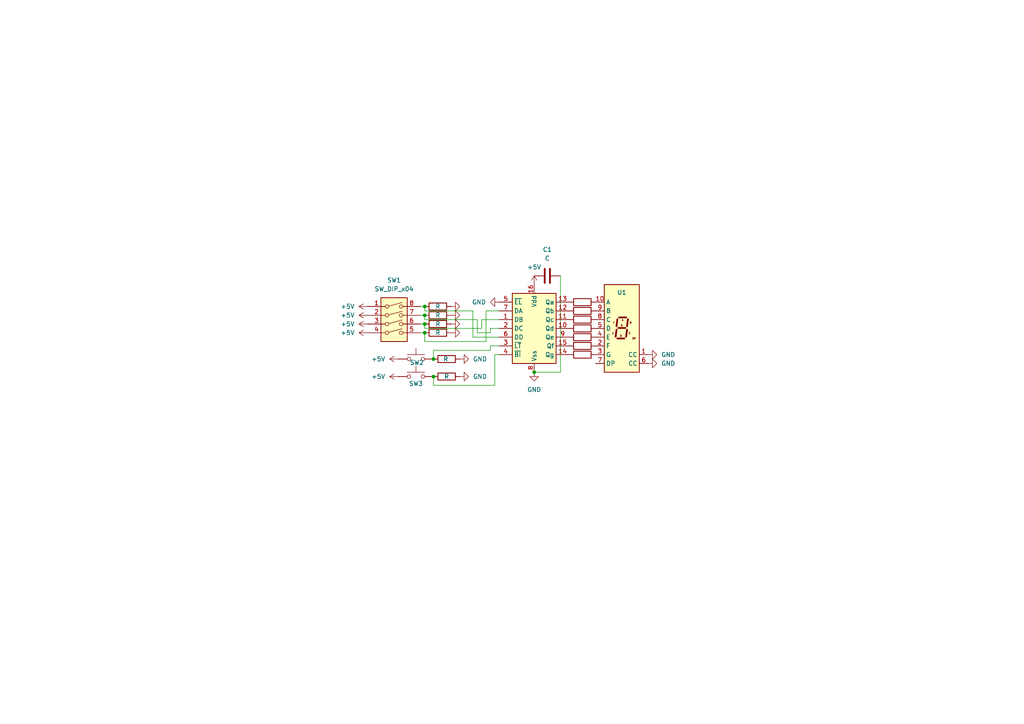
<source format=kicad_sch>
(kicad_sch
	(version 20250114)
	(generator "eeschema")
	(generator_version "9.0")
	(uuid "8a3fdb76-620b-4b7b-9c50-97704eefc296")
	(paper "A4")
	(title_block
		(title "7セグカウント機")
		(date "2025-09-16")
		(comment 3 "D=MSB）を入力し、その値を TC4511BP（BCD→7セグ）で10進表示の1桁7セグメントに表示します。")
		(comment 4 "Rはプルアップ抵抗：10kΩ。それ以外は220Ω")
	)
	(lib_symbols
		(symbol "4xxx_IEEE:4511"
			(exclude_from_sim no)
			(in_bom yes)
			(on_board yes)
			(property "Reference" "U"
				(at 8.89 11.43 0)
				(effects
					(font
						(size 1.27 1.27)
					)
				)
			)
			(property "Value" "4511"
				(at 8.89 -11.43 0)
				(effects
					(font
						(size 1.27 1.27)
					)
				)
			)
			(property "Footprint" ""
				(at 0 0 0)
				(effects
					(font
						(size 1.27 1.27)
					)
					(hide yes)
				)
			)
			(property "Datasheet" ""
				(at 0 0 0)
				(effects
					(font
						(size 1.27 1.27)
					)
					(hide yes)
				)
			)
			(property "Description" ""
				(at 0 0 0)
				(effects
					(font
						(size 1.27 1.27)
					)
					(hide yes)
				)
			)
			(symbol "4511_0_1"
				(rectangle
					(start -6.35 10.16)
					(end 6.35 -10.16)
					(stroke
						(width 0.254)
						(type default)
					)
					(fill
						(type background)
					)
				)
			)
			(symbol "4511_1_1"
				(pin input line
					(at -10.16 7.62 0)
					(length 3.81)
					(name "~{EL}"
						(effects
							(font
								(size 1.27 1.27)
							)
						)
					)
					(number "5"
						(effects
							(font
								(size 1.27 1.27)
							)
						)
					)
				)
				(pin input line
					(at -10.16 5.08 0)
					(length 3.81)
					(name "DA"
						(effects
							(font
								(size 1.27 1.27)
							)
						)
					)
					(number "7"
						(effects
							(font
								(size 1.27 1.27)
							)
						)
					)
				)
				(pin input line
					(at -10.16 2.54 0)
					(length 3.81)
					(name "DB"
						(effects
							(font
								(size 1.27 1.27)
							)
						)
					)
					(number "1"
						(effects
							(font
								(size 1.27 1.27)
							)
						)
					)
				)
				(pin input line
					(at -10.16 0 0)
					(length 3.81)
					(name "DC"
						(effects
							(font
								(size 1.27 1.27)
							)
						)
					)
					(number "2"
						(effects
							(font
								(size 1.27 1.27)
							)
						)
					)
				)
				(pin input line
					(at -10.16 -2.54 0)
					(length 3.81)
					(name "DD"
						(effects
							(font
								(size 1.27 1.27)
							)
						)
					)
					(number "6"
						(effects
							(font
								(size 1.27 1.27)
							)
						)
					)
				)
				(pin input line
					(at -10.16 -5.08 0)
					(length 3.81)
					(name "~{LT}"
						(effects
							(font
								(size 1.27 1.27)
							)
						)
					)
					(number "3"
						(effects
							(font
								(size 1.27 1.27)
							)
						)
					)
				)
				(pin input line
					(at -10.16 -7.62 0)
					(length 3.81)
					(name "~{BI}"
						(effects
							(font
								(size 1.27 1.27)
							)
						)
					)
					(number "4"
						(effects
							(font
								(size 1.27 1.27)
							)
						)
					)
				)
				(pin power_in line
					(at 0 12.7 270)
					(length 2.54)
					(name "Vdd"
						(effects
							(font
								(size 1.27 1.27)
							)
						)
					)
					(number "16"
						(effects
							(font
								(size 1.27 1.27)
							)
						)
					)
				)
				(pin power_in line
					(at 0 -12.7 90)
					(length 2.54)
					(name "Vss"
						(effects
							(font
								(size 1.27 1.27)
							)
						)
					)
					(number "8"
						(effects
							(font
								(size 1.27 1.27)
							)
						)
					)
				)
				(pin output line
					(at 10.16 7.62 180)
					(length 3.81)
					(name "Qa"
						(effects
							(font
								(size 1.27 1.27)
							)
						)
					)
					(number "13"
						(effects
							(font
								(size 1.27 1.27)
							)
						)
					)
				)
				(pin output line
					(at 10.16 5.08 180)
					(length 3.81)
					(name "Qb"
						(effects
							(font
								(size 1.27 1.27)
							)
						)
					)
					(number "12"
						(effects
							(font
								(size 1.27 1.27)
							)
						)
					)
				)
				(pin output line
					(at 10.16 2.54 180)
					(length 3.81)
					(name "Qc"
						(effects
							(font
								(size 1.27 1.27)
							)
						)
					)
					(number "11"
						(effects
							(font
								(size 1.27 1.27)
							)
						)
					)
				)
				(pin output line
					(at 10.16 0 180)
					(length 3.81)
					(name "Qd"
						(effects
							(font
								(size 1.27 1.27)
							)
						)
					)
					(number "10"
						(effects
							(font
								(size 1.27 1.27)
							)
						)
					)
				)
				(pin output line
					(at 10.16 -2.54 180)
					(length 3.81)
					(name "Qe"
						(effects
							(font
								(size 1.27 1.27)
							)
						)
					)
					(number "9"
						(effects
							(font
								(size 1.27 1.27)
							)
						)
					)
				)
				(pin output line
					(at 10.16 -5.08 180)
					(length 3.81)
					(name "Qf"
						(effects
							(font
								(size 1.27 1.27)
							)
						)
					)
					(number "15"
						(effects
							(font
								(size 1.27 1.27)
							)
						)
					)
				)
				(pin output line
					(at 10.16 -7.62 180)
					(length 3.81)
					(name "Qg"
						(effects
							(font
								(size 1.27 1.27)
							)
						)
					)
					(number "14"
						(effects
							(font
								(size 1.27 1.27)
							)
						)
					)
				)
			)
			(embedded_fonts no)
		)
		(symbol "Device:C"
			(pin_numbers
				(hide yes)
			)
			(pin_names
				(offset 0.254)
			)
			(exclude_from_sim no)
			(in_bom yes)
			(on_board yes)
			(property "Reference" "C"
				(at 0.635 2.54 0)
				(effects
					(font
						(size 1.27 1.27)
					)
					(justify left)
				)
			)
			(property "Value" "C"
				(at 0.635 -2.54 0)
				(effects
					(font
						(size 1.27 1.27)
					)
					(justify left)
				)
			)
			(property "Footprint" ""
				(at 0.9652 -3.81 0)
				(effects
					(font
						(size 1.27 1.27)
					)
					(hide yes)
				)
			)
			(property "Datasheet" "~"
				(at 0 0 0)
				(effects
					(font
						(size 1.27 1.27)
					)
					(hide yes)
				)
			)
			(property "Description" "Unpolarized capacitor"
				(at 0 0 0)
				(effects
					(font
						(size 1.27 1.27)
					)
					(hide yes)
				)
			)
			(property "ki_keywords" "cap capacitor"
				(at 0 0 0)
				(effects
					(font
						(size 1.27 1.27)
					)
					(hide yes)
				)
			)
			(property "ki_fp_filters" "C_*"
				(at 0 0 0)
				(effects
					(font
						(size 1.27 1.27)
					)
					(hide yes)
				)
			)
			(symbol "C_0_1"
				(polyline
					(pts
						(xy -2.032 0.762) (xy 2.032 0.762)
					)
					(stroke
						(width 0.508)
						(type default)
					)
					(fill
						(type none)
					)
				)
				(polyline
					(pts
						(xy -2.032 -0.762) (xy 2.032 -0.762)
					)
					(stroke
						(width 0.508)
						(type default)
					)
					(fill
						(type none)
					)
				)
			)
			(symbol "C_1_1"
				(pin passive line
					(at 0 3.81 270)
					(length 2.794)
					(name "~"
						(effects
							(font
								(size 1.27 1.27)
							)
						)
					)
					(number "1"
						(effects
							(font
								(size 1.27 1.27)
							)
						)
					)
				)
				(pin passive line
					(at 0 -3.81 90)
					(length 2.794)
					(name "~"
						(effects
							(font
								(size 1.27 1.27)
							)
						)
					)
					(number "2"
						(effects
							(font
								(size 1.27 1.27)
							)
						)
					)
				)
			)
			(embedded_fonts no)
		)
		(symbol "Device:R"
			(pin_numbers
				(hide yes)
			)
			(pin_names
				(offset 0)
			)
			(exclude_from_sim no)
			(in_bom yes)
			(on_board yes)
			(property "Reference" "R"
				(at 2.032 0 90)
				(effects
					(font
						(size 1.27 1.27)
					)
				)
			)
			(property "Value" "R"
				(at 0 0 90)
				(effects
					(font
						(size 1.27 1.27)
					)
				)
			)
			(property "Footprint" ""
				(at -1.778 0 90)
				(effects
					(font
						(size 1.27 1.27)
					)
					(hide yes)
				)
			)
			(property "Datasheet" "~"
				(at 0 0 0)
				(effects
					(font
						(size 1.27 1.27)
					)
					(hide yes)
				)
			)
			(property "Description" "Resistor"
				(at 0 0 0)
				(effects
					(font
						(size 1.27 1.27)
					)
					(hide yes)
				)
			)
			(property "ki_keywords" "R res resistor"
				(at 0 0 0)
				(effects
					(font
						(size 1.27 1.27)
					)
					(hide yes)
				)
			)
			(property "ki_fp_filters" "R_*"
				(at 0 0 0)
				(effects
					(font
						(size 1.27 1.27)
					)
					(hide yes)
				)
			)
			(symbol "R_0_1"
				(rectangle
					(start -1.016 -2.54)
					(end 1.016 2.54)
					(stroke
						(width 0.254)
						(type default)
					)
					(fill
						(type none)
					)
				)
			)
			(symbol "R_1_1"
				(pin passive line
					(at 0 3.81 270)
					(length 1.27)
					(name "~"
						(effects
							(font
								(size 1.27 1.27)
							)
						)
					)
					(number "1"
						(effects
							(font
								(size 1.27 1.27)
							)
						)
					)
				)
				(pin passive line
					(at 0 -3.81 90)
					(length 1.27)
					(name "~"
						(effects
							(font
								(size 1.27 1.27)
							)
						)
					)
					(number "2"
						(effects
							(font
								(size 1.27 1.27)
							)
						)
					)
				)
			)
			(embedded_fonts no)
		)
		(symbol "Display_Character:HDSP-7803"
			(exclude_from_sim no)
			(in_bom yes)
			(on_board yes)
			(property "Reference" "U"
				(at -3.81 13.97 0)
				(effects
					(font
						(size 1.27 1.27)
					)
				)
			)
			(property "Value" "HDSP-7803"
				(at 6.35 13.97 0)
				(effects
					(font
						(size 1.27 1.27)
					)
				)
			)
			(property "Footprint" "Display_7Segment:HDSP-7801"
				(at 0 -13.97 0)
				(effects
					(font
						(size 1.27 1.27)
					)
					(hide yes)
				)
			)
			(property "Datasheet" "https://docs.broadcom.com/docs/AV02-2553EN"
				(at 0 0 0)
				(effects
					(font
						(size 1.27 1.27)
					)
					(hide yes)
				)
			)
			(property "Description" "One digit 7 segment green, common cathode"
				(at 0 0 0)
				(effects
					(font
						(size 1.27 1.27)
					)
					(hide yes)
				)
			)
			(property "ki_keywords" "display LED 7-segment"
				(at 0 0 0)
				(effects
					(font
						(size 1.27 1.27)
					)
					(hide yes)
				)
			)
			(property "ki_fp_filters" "HDSP?7801*"
				(at 0 0 0)
				(effects
					(font
						(size 1.27 1.27)
					)
					(hide yes)
				)
			)
			(symbol "HDSP-7803_1_0"
				(text "E"
					(at -2.54 -1.397 0)
					(effects
						(font
							(size 0.508 0.508)
						)
					)
				)
				(text "F"
					(at -2.286 1.651 0)
					(effects
						(font
							(size 0.508 0.508)
						)
					)
				)
				(text "D"
					(at -0.254 -2.159 0)
					(effects
						(font
							(size 0.508 0.508)
						)
					)
				)
				(text "G"
					(at 0 0.889 0)
					(effects
						(font
							(size 0.508 0.508)
						)
					)
				)
				(text "A"
					(at 0.254 2.413 0)
					(effects
						(font
							(size 0.508 0.508)
						)
					)
				)
				(text "C"
					(at 2.286 -1.397 0)
					(effects
						(font
							(size 0.508 0.508)
						)
					)
				)
				(text "B"
					(at 2.54 1.651 0)
					(effects
						(font
							(size 0.508 0.508)
						)
					)
				)
				(text "DP"
					(at 3.556 -2.921 0)
					(effects
						(font
							(size 0.508 0.508)
						)
					)
				)
			)
			(symbol "HDSP-7803_1_1"
				(rectangle
					(start -5.08 12.7)
					(end 5.08 -12.7)
					(stroke
						(width 0.254)
						(type default)
					)
					(fill
						(type background)
					)
				)
				(polyline
					(pts
						(xy -1.524 -0.381) (xy -1.778 -2.413)
					)
					(stroke
						(width 0.508)
						(type default)
					)
					(fill
						(type none)
					)
				)
				(polyline
					(pts
						(xy -1.27 2.667) (xy -1.524 0.635)
					)
					(stroke
						(width 0.508)
						(type default)
					)
					(fill
						(type none)
					)
				)
				(polyline
					(pts
						(xy -1.27 -2.921) (xy 0.762 -2.921)
					)
					(stroke
						(width 0.508)
						(type default)
					)
					(fill
						(type none)
					)
				)
				(polyline
					(pts
						(xy -1.016 0.127) (xy 1.016 0.127)
					)
					(stroke
						(width 0.508)
						(type default)
					)
					(fill
						(type none)
					)
				)
				(polyline
					(pts
						(xy -0.762 3.175) (xy 1.27 3.175)
					)
					(stroke
						(width 0.508)
						(type default)
					)
					(fill
						(type none)
					)
				)
				(polyline
					(pts
						(xy 1.524 -0.381) (xy 1.27 -2.413)
					)
					(stroke
						(width 0.508)
						(type default)
					)
					(fill
						(type none)
					)
				)
				(polyline
					(pts
						(xy 1.778 2.667) (xy 1.524 0.635)
					)
					(stroke
						(width 0.508)
						(type default)
					)
					(fill
						(type none)
					)
				)
				(polyline
					(pts
						(xy 2.54 -2.921) (xy 2.54 -2.921)
					)
					(stroke
						(width 0.508)
						(type default)
					)
					(fill
						(type none)
					)
				)
				(pin input line
					(at -7.62 7.62 0)
					(length 2.54)
					(name "A"
						(effects
							(font
								(size 1.27 1.27)
							)
						)
					)
					(number "10"
						(effects
							(font
								(size 1.27 1.27)
							)
						)
					)
				)
				(pin input line
					(at -7.62 5.08 0)
					(length 2.54)
					(name "B"
						(effects
							(font
								(size 1.27 1.27)
							)
						)
					)
					(number "9"
						(effects
							(font
								(size 1.27 1.27)
							)
						)
					)
				)
				(pin input line
					(at -7.62 2.54 0)
					(length 2.54)
					(name "C"
						(effects
							(font
								(size 1.27 1.27)
							)
						)
					)
					(number "8"
						(effects
							(font
								(size 1.27 1.27)
							)
						)
					)
				)
				(pin input line
					(at -7.62 0 0)
					(length 2.54)
					(name "D"
						(effects
							(font
								(size 1.27 1.27)
							)
						)
					)
					(number "5"
						(effects
							(font
								(size 1.27 1.27)
							)
						)
					)
				)
				(pin input line
					(at -7.62 -2.54 0)
					(length 2.54)
					(name "E"
						(effects
							(font
								(size 1.27 1.27)
							)
						)
					)
					(number "4"
						(effects
							(font
								(size 1.27 1.27)
							)
						)
					)
				)
				(pin input line
					(at -7.62 -5.08 0)
					(length 2.54)
					(name "F"
						(effects
							(font
								(size 1.27 1.27)
							)
						)
					)
					(number "2"
						(effects
							(font
								(size 1.27 1.27)
							)
						)
					)
				)
				(pin input line
					(at -7.62 -7.62 0)
					(length 2.54)
					(name "G"
						(effects
							(font
								(size 1.27 1.27)
							)
						)
					)
					(number "3"
						(effects
							(font
								(size 1.27 1.27)
							)
						)
					)
				)
				(pin input line
					(at -7.62 -10.16 0)
					(length 2.54)
					(name "DP"
						(effects
							(font
								(size 1.27 1.27)
							)
						)
					)
					(number "7"
						(effects
							(font
								(size 1.27 1.27)
							)
						)
					)
				)
				(pin input line
					(at 7.62 -7.62 180)
					(length 2.54)
					(name "CC"
						(effects
							(font
								(size 1.27 1.27)
							)
						)
					)
					(number "1"
						(effects
							(font
								(size 1.27 1.27)
							)
						)
					)
				)
				(pin input line
					(at 7.62 -10.16 180)
					(length 2.54)
					(name "CC"
						(effects
							(font
								(size 1.27 1.27)
							)
						)
					)
					(number "6"
						(effects
							(font
								(size 1.27 1.27)
							)
						)
					)
				)
			)
			(embedded_fonts no)
		)
		(symbol "Switch:SW_DIP_x04"
			(pin_names
				(offset 0)
				(hide yes)
			)
			(exclude_from_sim no)
			(in_bom yes)
			(on_board yes)
			(property "Reference" "SW"
				(at 0 8.89 0)
				(effects
					(font
						(size 1.27 1.27)
					)
				)
			)
			(property "Value" "SW_DIP_x04"
				(at 0 -6.35 0)
				(effects
					(font
						(size 1.27 1.27)
					)
				)
			)
			(property "Footprint" ""
				(at 0 0 0)
				(effects
					(font
						(size 1.27 1.27)
					)
					(hide yes)
				)
			)
			(property "Datasheet" "~"
				(at 0 0 0)
				(effects
					(font
						(size 1.27 1.27)
					)
					(hide yes)
				)
			)
			(property "Description" "4x DIP Switch, Single Pole Single Throw (SPST) switch, small symbol"
				(at 0 0 0)
				(effects
					(font
						(size 1.27 1.27)
					)
					(hide yes)
				)
			)
			(property "ki_keywords" "dip switch"
				(at 0 0 0)
				(effects
					(font
						(size 1.27 1.27)
					)
					(hide yes)
				)
			)
			(property "ki_fp_filters" "SW?DIP?x4*"
				(at 0 0 0)
				(effects
					(font
						(size 1.27 1.27)
					)
					(hide yes)
				)
			)
			(symbol "SW_DIP_x04_0_0"
				(circle
					(center -2.032 5.08)
					(radius 0.508)
					(stroke
						(width 0)
						(type default)
					)
					(fill
						(type none)
					)
				)
				(circle
					(center -2.032 2.54)
					(radius 0.508)
					(stroke
						(width 0)
						(type default)
					)
					(fill
						(type none)
					)
				)
				(circle
					(center -2.032 0)
					(radius 0.508)
					(stroke
						(width 0)
						(type default)
					)
					(fill
						(type none)
					)
				)
				(circle
					(center -2.032 -2.54)
					(radius 0.508)
					(stroke
						(width 0)
						(type default)
					)
					(fill
						(type none)
					)
				)
				(polyline
					(pts
						(xy -1.524 5.207) (xy 2.3622 6.2484)
					)
					(stroke
						(width 0)
						(type default)
					)
					(fill
						(type none)
					)
				)
				(polyline
					(pts
						(xy -1.524 2.667) (xy 2.3622 3.7084)
					)
					(stroke
						(width 0)
						(type default)
					)
					(fill
						(type none)
					)
				)
				(polyline
					(pts
						(xy -1.524 0.127) (xy 2.3622 1.1684)
					)
					(stroke
						(width 0)
						(type default)
					)
					(fill
						(type none)
					)
				)
				(polyline
					(pts
						(xy -1.524 -2.3876) (xy 2.3622 -1.3462)
					)
					(stroke
						(width 0)
						(type default)
					)
					(fill
						(type none)
					)
				)
				(circle
					(center 2.032 5.08)
					(radius 0.508)
					(stroke
						(width 0)
						(type default)
					)
					(fill
						(type none)
					)
				)
				(circle
					(center 2.032 2.54)
					(radius 0.508)
					(stroke
						(width 0)
						(type default)
					)
					(fill
						(type none)
					)
				)
				(circle
					(center 2.032 0)
					(radius 0.508)
					(stroke
						(width 0)
						(type default)
					)
					(fill
						(type none)
					)
				)
				(circle
					(center 2.032 -2.54)
					(radius 0.508)
					(stroke
						(width 0)
						(type default)
					)
					(fill
						(type none)
					)
				)
			)
			(symbol "SW_DIP_x04_0_1"
				(rectangle
					(start -3.81 7.62)
					(end 3.81 -5.08)
					(stroke
						(width 0.254)
						(type default)
					)
					(fill
						(type background)
					)
				)
			)
			(symbol "SW_DIP_x04_1_1"
				(pin passive line
					(at -7.62 5.08 0)
					(length 5.08)
					(name "~"
						(effects
							(font
								(size 1.27 1.27)
							)
						)
					)
					(number "1"
						(effects
							(font
								(size 1.27 1.27)
							)
						)
					)
				)
				(pin passive line
					(at -7.62 2.54 0)
					(length 5.08)
					(name "~"
						(effects
							(font
								(size 1.27 1.27)
							)
						)
					)
					(number "2"
						(effects
							(font
								(size 1.27 1.27)
							)
						)
					)
				)
				(pin passive line
					(at -7.62 0 0)
					(length 5.08)
					(name "~"
						(effects
							(font
								(size 1.27 1.27)
							)
						)
					)
					(number "3"
						(effects
							(font
								(size 1.27 1.27)
							)
						)
					)
				)
				(pin passive line
					(at -7.62 -2.54 0)
					(length 5.08)
					(name "~"
						(effects
							(font
								(size 1.27 1.27)
							)
						)
					)
					(number "4"
						(effects
							(font
								(size 1.27 1.27)
							)
						)
					)
				)
				(pin passive line
					(at 7.62 5.08 180)
					(length 5.08)
					(name "~"
						(effects
							(font
								(size 1.27 1.27)
							)
						)
					)
					(number "8"
						(effects
							(font
								(size 1.27 1.27)
							)
						)
					)
				)
				(pin passive line
					(at 7.62 2.54 180)
					(length 5.08)
					(name "~"
						(effects
							(font
								(size 1.27 1.27)
							)
						)
					)
					(number "7"
						(effects
							(font
								(size 1.27 1.27)
							)
						)
					)
				)
				(pin passive line
					(at 7.62 0 180)
					(length 5.08)
					(name "~"
						(effects
							(font
								(size 1.27 1.27)
							)
						)
					)
					(number "6"
						(effects
							(font
								(size 1.27 1.27)
							)
						)
					)
				)
				(pin passive line
					(at 7.62 -2.54 180)
					(length 5.08)
					(name "~"
						(effects
							(font
								(size 1.27 1.27)
							)
						)
					)
					(number "5"
						(effects
							(font
								(size 1.27 1.27)
							)
						)
					)
				)
			)
			(embedded_fonts no)
		)
		(symbol "Switch:SW_Push"
			(pin_numbers
				(hide yes)
			)
			(pin_names
				(offset 1.016)
				(hide yes)
			)
			(exclude_from_sim no)
			(in_bom yes)
			(on_board yes)
			(property "Reference" "SW"
				(at 1.27 2.54 0)
				(effects
					(font
						(size 1.27 1.27)
					)
					(justify left)
				)
			)
			(property "Value" "SW_Push"
				(at 0 -1.524 0)
				(effects
					(font
						(size 1.27 1.27)
					)
				)
			)
			(property "Footprint" ""
				(at 0 5.08 0)
				(effects
					(font
						(size 1.27 1.27)
					)
					(hide yes)
				)
			)
			(property "Datasheet" "~"
				(at 0 5.08 0)
				(effects
					(font
						(size 1.27 1.27)
					)
					(hide yes)
				)
			)
			(property "Description" "Push button switch, generic, two pins"
				(at 0 0 0)
				(effects
					(font
						(size 1.27 1.27)
					)
					(hide yes)
				)
			)
			(property "ki_keywords" "switch normally-open pushbutton push-button"
				(at 0 0 0)
				(effects
					(font
						(size 1.27 1.27)
					)
					(hide yes)
				)
			)
			(symbol "SW_Push_0_1"
				(circle
					(center -2.032 0)
					(radius 0.508)
					(stroke
						(width 0)
						(type default)
					)
					(fill
						(type none)
					)
				)
				(polyline
					(pts
						(xy 0 1.27) (xy 0 3.048)
					)
					(stroke
						(width 0)
						(type default)
					)
					(fill
						(type none)
					)
				)
				(circle
					(center 2.032 0)
					(radius 0.508)
					(stroke
						(width 0)
						(type default)
					)
					(fill
						(type none)
					)
				)
				(polyline
					(pts
						(xy 2.54 1.27) (xy -2.54 1.27)
					)
					(stroke
						(width 0)
						(type default)
					)
					(fill
						(type none)
					)
				)
				(pin passive line
					(at -5.08 0 0)
					(length 2.54)
					(name "1"
						(effects
							(font
								(size 1.27 1.27)
							)
						)
					)
					(number "1"
						(effects
							(font
								(size 1.27 1.27)
							)
						)
					)
				)
				(pin passive line
					(at 5.08 0 180)
					(length 2.54)
					(name "2"
						(effects
							(font
								(size 1.27 1.27)
							)
						)
					)
					(number "2"
						(effects
							(font
								(size 1.27 1.27)
							)
						)
					)
				)
			)
			(embedded_fonts no)
		)
		(symbol "power:+5V"
			(power)
			(pin_numbers
				(hide yes)
			)
			(pin_names
				(offset 0)
				(hide yes)
			)
			(exclude_from_sim no)
			(in_bom yes)
			(on_board yes)
			(property "Reference" "#PWR"
				(at 0 -3.81 0)
				(effects
					(font
						(size 1.27 1.27)
					)
					(hide yes)
				)
			)
			(property "Value" "+5V"
				(at 0 3.556 0)
				(effects
					(font
						(size 1.27 1.27)
					)
				)
			)
			(property "Footprint" ""
				(at 0 0 0)
				(effects
					(font
						(size 1.27 1.27)
					)
					(hide yes)
				)
			)
			(property "Datasheet" ""
				(at 0 0 0)
				(effects
					(font
						(size 1.27 1.27)
					)
					(hide yes)
				)
			)
			(property "Description" "Power symbol creates a global label with name \"+5V\""
				(at 0 0 0)
				(effects
					(font
						(size 1.27 1.27)
					)
					(hide yes)
				)
			)
			(property "ki_keywords" "global power"
				(at 0 0 0)
				(effects
					(font
						(size 1.27 1.27)
					)
					(hide yes)
				)
			)
			(symbol "+5V_0_1"
				(polyline
					(pts
						(xy -0.762 1.27) (xy 0 2.54)
					)
					(stroke
						(width 0)
						(type default)
					)
					(fill
						(type none)
					)
				)
				(polyline
					(pts
						(xy 0 2.54) (xy 0.762 1.27)
					)
					(stroke
						(width 0)
						(type default)
					)
					(fill
						(type none)
					)
				)
				(polyline
					(pts
						(xy 0 0) (xy 0 2.54)
					)
					(stroke
						(width 0)
						(type default)
					)
					(fill
						(type none)
					)
				)
			)
			(symbol "+5V_1_1"
				(pin power_in line
					(at 0 0 90)
					(length 0)
					(name "~"
						(effects
							(font
								(size 1.27 1.27)
							)
						)
					)
					(number "1"
						(effects
							(font
								(size 1.27 1.27)
							)
						)
					)
				)
			)
			(embedded_fonts no)
		)
		(symbol "power:GND"
			(power)
			(pin_numbers
				(hide yes)
			)
			(pin_names
				(offset 0)
				(hide yes)
			)
			(exclude_from_sim no)
			(in_bom yes)
			(on_board yes)
			(property "Reference" "#PWR"
				(at 0 -6.35 0)
				(effects
					(font
						(size 1.27 1.27)
					)
					(hide yes)
				)
			)
			(property "Value" "GND"
				(at 0 -3.81 0)
				(effects
					(font
						(size 1.27 1.27)
					)
				)
			)
			(property "Footprint" ""
				(at 0 0 0)
				(effects
					(font
						(size 1.27 1.27)
					)
					(hide yes)
				)
			)
			(property "Datasheet" ""
				(at 0 0 0)
				(effects
					(font
						(size 1.27 1.27)
					)
					(hide yes)
				)
			)
			(property "Description" "Power symbol creates a global label with name \"GND\" , ground"
				(at 0 0 0)
				(effects
					(font
						(size 1.27 1.27)
					)
					(hide yes)
				)
			)
			(property "ki_keywords" "global power"
				(at 0 0 0)
				(effects
					(font
						(size 1.27 1.27)
					)
					(hide yes)
				)
			)
			(symbol "GND_0_1"
				(polyline
					(pts
						(xy 0 0) (xy 0 -1.27) (xy 1.27 -1.27) (xy 0 -2.54) (xy -1.27 -1.27) (xy 0 -1.27)
					)
					(stroke
						(width 0)
						(type default)
					)
					(fill
						(type none)
					)
				)
			)
			(symbol "GND_1_1"
				(pin power_in line
					(at 0 0 270)
					(length 0)
					(name "~"
						(effects
							(font
								(size 1.27 1.27)
							)
						)
					)
					(number "1"
						(effects
							(font
								(size 1.27 1.27)
							)
						)
					)
				)
			)
			(embedded_fonts no)
		)
	)
	(junction
		(at 123.19 91.44)
		(diameter 0)
		(color 0 0 0 0)
		(uuid "1be323cd-f002-4cd1-b101-cd4e00997855")
	)
	(junction
		(at 125.73 104.14)
		(diameter 0)
		(color 0 0 0 0)
		(uuid "1e37e14b-5b86-4f13-8660-f9c54006e6f0")
	)
	(junction
		(at 125.73 109.22)
		(diameter 0)
		(color 0 0 0 0)
		(uuid "54c1ce3d-9286-4c69-bb6a-7d807d0ac5d5")
	)
	(junction
		(at 123.19 93.98)
		(diameter 0)
		(color 0 0 0 0)
		(uuid "851d2cd2-8ec5-4b00-b367-26f7a500de5d")
	)
	(junction
		(at 123.19 96.52)
		(diameter 0)
		(color 0 0 0 0)
		(uuid "95e73dd4-14b4-41de-9c04-803aa610f1ba")
	)
	(junction
		(at 123.19 88.9)
		(diameter 0)
		(color 0 0 0 0)
		(uuid "98d6b0d3-aa5e-4425-8d08-23d57aa86fc9")
	)
	(junction
		(at 154.94 107.95)
		(diameter 0)
		(color 0 0 0 0)
		(uuid "c6b0b229-9f8a-4886-b6d2-10369028a6b2")
	)
	(wire
		(pts
			(xy 123.19 93.98) (xy 123.19 95.25)
		)
		(stroke
			(width 0)
			(type default)
		)
		(uuid "06f8483d-53ab-4aa8-a329-467fb7008f8c")
	)
	(wire
		(pts
			(xy 144.78 90.17) (xy 140.97 90.17)
		)
		(stroke
			(width 0)
			(type default)
		)
		(uuid "0924e0e0-aa2c-4e0f-8762-f0f1228eff22")
	)
	(wire
		(pts
			(xy 123.19 95.25) (xy 139.7 95.25)
		)
		(stroke
			(width 0)
			(type default)
		)
		(uuid "0dd709f5-f594-4126-8e73-ae100cb6545d")
	)
	(wire
		(pts
			(xy 140.97 99.06) (xy 123.19 99.06)
		)
		(stroke
			(width 0)
			(type default)
		)
		(uuid "0ddd89d3-a539-45a2-ad85-4c2f890e328e")
	)
	(wire
		(pts
			(xy 123.19 96.52) (xy 121.92 96.52)
		)
		(stroke
			(width 0)
			(type default)
		)
		(uuid "153d8246-248c-478b-a8f9-a94a89c5a4ee")
	)
	(wire
		(pts
			(xy 123.19 90.17) (xy 137.16 90.17)
		)
		(stroke
			(width 0)
			(type default)
		)
		(uuid "18e2c270-589d-496a-8bea-f6409a0b2d43")
	)
	(wire
		(pts
			(xy 143.51 111.76) (xy 143.51 102.87)
		)
		(stroke
			(width 0)
			(type default)
		)
		(uuid "1b89f97b-7550-4acc-b317-7a0c1ee57ca5")
	)
	(wire
		(pts
			(xy 142.24 101.6) (xy 142.24 100.33)
		)
		(stroke
			(width 0)
			(type default)
		)
		(uuid "23612aed-029e-4848-a4a7-f3a11b8e1066")
	)
	(wire
		(pts
			(xy 140.97 90.17) (xy 140.97 99.06)
		)
		(stroke
			(width 0)
			(type default)
		)
		(uuid "33d41e75-426c-4faf-ba30-fd78ea38c39f")
	)
	(wire
		(pts
			(xy 123.19 93.98) (xy 121.92 93.98)
		)
		(stroke
			(width 0)
			(type default)
		)
		(uuid "3ba25da6-b4b4-4fe9-bbb4-304428c6cce4")
	)
	(wire
		(pts
			(xy 125.73 109.22) (xy 125.73 111.76)
		)
		(stroke
			(width 0)
			(type default)
		)
		(uuid "42cf13a4-975d-4479-9a6b-8301b388d9b2")
	)
	(wire
		(pts
			(xy 162.56 107.95) (xy 154.94 107.95)
		)
		(stroke
			(width 0)
			(type default)
		)
		(uuid "46e0c519-f8ab-46d0-82df-16431f2cdb57")
	)
	(wire
		(pts
			(xy 123.19 88.9) (xy 121.92 88.9)
		)
		(stroke
			(width 0)
			(type default)
		)
		(uuid "493f15fa-d8a3-490c-8391-24bdcafb934c")
	)
	(wire
		(pts
			(xy 123.19 99.06) (xy 123.19 96.52)
		)
		(stroke
			(width 0)
			(type default)
		)
		(uuid "52ee77d3-7bde-446e-b8c2-0b3cdd49ded5")
	)
	(wire
		(pts
			(xy 139.7 92.71) (xy 144.78 92.71)
		)
		(stroke
			(width 0)
			(type default)
		)
		(uuid "595337e3-5256-4ee7-863e-116cc7f2d583")
	)
	(wire
		(pts
			(xy 142.24 100.33) (xy 144.78 100.33)
		)
		(stroke
			(width 0)
			(type default)
		)
		(uuid "6e87fce9-a86a-4faf-b47f-2ce9a912a3e0")
	)
	(wire
		(pts
			(xy 125.73 111.76) (xy 143.51 111.76)
		)
		(stroke
			(width 0)
			(type default)
		)
		(uuid "75887a7b-1a41-488c-8731-f82016b196b8")
	)
	(wire
		(pts
			(xy 123.19 91.44) (xy 123.19 92.71)
		)
		(stroke
			(width 0)
			(type default)
		)
		(uuid "7ef1dfc4-ecb5-4c0d-8504-b61465706314")
	)
	(wire
		(pts
			(xy 142.24 96.52) (xy 142.24 95.25)
		)
		(stroke
			(width 0)
			(type default)
		)
		(uuid "867960fc-82b7-4abe-9c25-ca90f15fa93e")
	)
	(wire
		(pts
			(xy 162.56 80.01) (xy 162.56 107.95)
		)
		(stroke
			(width 0)
			(type default)
		)
		(uuid "8d338e29-efe4-4a9f-b2da-e84f16bac288")
	)
	(wire
		(pts
			(xy 138.43 96.52) (xy 142.24 96.52)
		)
		(stroke
			(width 0)
			(type default)
		)
		(uuid "8feaadbc-a571-4e6a-b15c-0544ff138cbf")
	)
	(wire
		(pts
			(xy 123.19 88.9) (xy 123.19 90.17)
		)
		(stroke
			(width 0)
			(type default)
		)
		(uuid "92b3292c-e2f4-4ad2-95cf-2403a93f83f0")
	)
	(wire
		(pts
			(xy 123.19 91.44) (xy 121.92 91.44)
		)
		(stroke
			(width 0)
			(type default)
		)
		(uuid "a3732200-311f-443c-bc43-78befa88b409")
	)
	(wire
		(pts
			(xy 143.51 102.87) (xy 144.78 102.87)
		)
		(stroke
			(width 0)
			(type default)
		)
		(uuid "a5f5ae98-1b26-4a4b-98e2-2c3c7d91d613")
	)
	(wire
		(pts
			(xy 137.16 90.17) (xy 137.16 97.79)
		)
		(stroke
			(width 0)
			(type default)
		)
		(uuid "be3cf175-42ae-478f-b738-7f3c02e96047")
	)
	(wire
		(pts
			(xy 123.19 92.71) (xy 138.43 92.71)
		)
		(stroke
			(width 0)
			(type default)
		)
		(uuid "c3a83bc3-cda4-4cf3-a6b2-4930954f12e7")
	)
	(wire
		(pts
			(xy 137.16 97.79) (xy 144.78 97.79)
		)
		(stroke
			(width 0)
			(type default)
		)
		(uuid "c872c5c7-0692-4964-aaff-1ae1196971b4")
	)
	(wire
		(pts
			(xy 138.43 92.71) (xy 138.43 96.52)
		)
		(stroke
			(width 0)
			(type default)
		)
		(uuid "d0fe2663-e8bd-4495-b4ee-2ca136ad7c37")
	)
	(wire
		(pts
			(xy 125.73 104.14) (xy 125.73 101.6)
		)
		(stroke
			(width 0)
			(type default)
		)
		(uuid "d339a8c7-1639-4842-922b-46235355a185")
	)
	(wire
		(pts
			(xy 142.24 95.25) (xy 144.78 95.25)
		)
		(stroke
			(width 0)
			(type default)
		)
		(uuid "d5c625f6-34cf-43f9-a4f0-4df0d82ee3bf")
	)
	(wire
		(pts
			(xy 125.73 101.6) (xy 142.24 101.6)
		)
		(stroke
			(width 0)
			(type default)
		)
		(uuid "fbedf89b-7113-4701-8505-5838c230d5ad")
	)
	(wire
		(pts
			(xy 139.7 95.25) (xy 139.7 92.71)
		)
		(stroke
			(width 0)
			(type default)
		)
		(uuid "fd1f4f9f-c439-40bf-80f7-b9f751aa2486")
	)
	(symbol
		(lib_id "Device:R")
		(at 168.91 102.87 270)
		(unit 1)
		(exclude_from_sim no)
		(in_bom yes)
		(on_board yes)
		(dnp no)
		(fields_autoplaced yes)
		(uuid "0cd821f8-9a21-4604-a832-24b8788a43a2")
		(property "Reference" "R8"
			(at 168.91 96.52 90)
			(effects
				(font
					(size 1.27 1.27)
				)
				(hide yes)
			)
		)
		(property "Value" "R"
			(at 168.91 99.06 90)
			(effects
				(font
					(size 1.27 1.27)
				)
				(hide yes)
			)
		)
		(property "Footprint" ""
			(at 168.91 101.092 90)
			(effects
				(font
					(size 1.27 1.27)
				)
				(hide yes)
			)
		)
		(property "Datasheet" "~"
			(at 168.91 102.87 0)
			(effects
				(font
					(size 1.27 1.27)
				)
				(hide yes)
			)
		)
		(property "Description" "Resistor"
			(at 168.91 102.87 0)
			(effects
				(font
					(size 1.27 1.27)
				)
				(hide yes)
			)
		)
		(pin "1"
			(uuid "c96c7d09-07eb-4753-974c-3bb027c6ffbe")
		)
		(pin "2"
			(uuid "a0b6eef4-1bca-41d8-a724-7cc1ce949635")
		)
		(instances
			(project "7SegCount"
				(path "/8a3fdb76-620b-4b7b-9c50-97704eefc296"
					(reference "R8")
					(unit 1)
				)
			)
		)
	)
	(symbol
		(lib_id "Device:R")
		(at 127 88.9 270)
		(unit 1)
		(exclude_from_sim no)
		(in_bom yes)
		(on_board yes)
		(dnp no)
		(uuid "0e3721e8-cbd5-46cc-9e39-26fc9e9f8442")
		(property "Reference" "R9"
			(at 127 82.55 90)
			(effects
				(font
					(size 1.27 1.27)
				)
				(hide yes)
			)
		)
		(property "Value" "R"
			(at 127 88.9 90)
			(effects
				(font
					(size 1.27 1.27)
				)
			)
		)
		(property "Footprint" ""
			(at 127 87.122 90)
			(effects
				(font
					(size 1.27 1.27)
				)
				(hide yes)
			)
		)
		(property "Datasheet" "~"
			(at 127 88.9 0)
			(effects
				(font
					(size 1.27 1.27)
				)
				(hide yes)
			)
		)
		(property "Description" "Resistor"
			(at 127 88.9 0)
			(effects
				(font
					(size 1.27 1.27)
				)
				(hide yes)
			)
		)
		(pin "1"
			(uuid "d758da5f-3a96-4765-9b98-c4eababcc6dd")
		)
		(pin "2"
			(uuid "e4cd75d8-7b05-416c-b5b4-ffe66abd93c8")
		)
		(instances
			(project "7SegCount"
				(path "/8a3fdb76-620b-4b7b-9c50-97704eefc296"
					(reference "R9")
					(unit 1)
				)
			)
		)
	)
	(symbol
		(lib_id "power:+5V")
		(at 106.68 88.9 90)
		(unit 1)
		(exclude_from_sim no)
		(in_bom yes)
		(on_board yes)
		(dnp no)
		(fields_autoplaced yes)
		(uuid "0ea1b250-cc1a-47f2-a7b0-18d64c3215f0")
		(property "Reference" "#PWR08"
			(at 110.49 88.9 0)
			(effects
				(font
					(size 1.27 1.27)
				)
				(hide yes)
			)
		)
		(property "Value" "+5V"
			(at 102.87 88.8999 90)
			(effects
				(font
					(size 1.27 1.27)
				)
				(justify left)
			)
		)
		(property "Footprint" ""
			(at 106.68 88.9 0)
			(effects
				(font
					(size 1.27 1.27)
				)
				(hide yes)
			)
		)
		(property "Datasheet" ""
			(at 106.68 88.9 0)
			(effects
				(font
					(size 1.27 1.27)
				)
				(hide yes)
			)
		)
		(property "Description" "Power symbol creates a global label with name \"+5V\""
			(at 106.68 88.9 0)
			(effects
				(font
					(size 1.27 1.27)
				)
				(hide yes)
			)
		)
		(pin "1"
			(uuid "d15d5fbb-fcc3-47d4-b7fc-9c7485668809")
		)
		(instances
			(project "7SegCount"
				(path "/8a3fdb76-620b-4b7b-9c50-97704eefc296"
					(reference "#PWR08")
					(unit 1)
				)
			)
		)
	)
	(symbol
		(lib_id "Device:R")
		(at 168.91 95.25 270)
		(unit 1)
		(exclude_from_sim no)
		(in_bom yes)
		(on_board yes)
		(dnp no)
		(fields_autoplaced yes)
		(uuid "0ea6c4de-7e40-45be-abdf-50fe74b4717a")
		(property "Reference" "R5"
			(at 168.91 88.9 90)
			(effects
				(font
					(size 1.27 1.27)
				)
				(hide yes)
			)
		)
		(property "Value" "R"
			(at 168.91 91.44 90)
			(effects
				(font
					(size 1.27 1.27)
				)
				(hide yes)
			)
		)
		(property "Footprint" ""
			(at 168.91 93.472 90)
			(effects
				(font
					(size 1.27 1.27)
				)
				(hide yes)
			)
		)
		(property "Datasheet" "~"
			(at 168.91 95.25 0)
			(effects
				(font
					(size 1.27 1.27)
				)
				(hide yes)
			)
		)
		(property "Description" "Resistor"
			(at 168.91 95.25 0)
			(effects
				(font
					(size 1.27 1.27)
				)
				(hide yes)
			)
		)
		(pin "1"
			(uuid "0768ce11-5f37-4cee-8d33-c904eaa808e2")
		)
		(pin "2"
			(uuid "3e9fa334-fd7b-4a32-b3ec-58bd33ac427e")
		)
		(instances
			(project "7SegCount"
				(path "/8a3fdb76-620b-4b7b-9c50-97704eefc296"
					(reference "R5")
					(unit 1)
				)
			)
		)
	)
	(symbol
		(lib_id "power:GND")
		(at 130.81 93.98 90)
		(unit 1)
		(exclude_from_sim no)
		(in_bom yes)
		(on_board yes)
		(dnp no)
		(fields_autoplaced yes)
		(uuid "17fc9f4a-ba65-4819-b60e-6334bef4bc45")
		(property "Reference" "#PWR014"
			(at 137.16 93.98 0)
			(effects
				(font
					(size 1.27 1.27)
				)
				(hide yes)
			)
		)
		(property "Value" "GND"
			(at 134.62 93.9799 90)
			(effects
				(font
					(size 1.27 1.27)
				)
				(justify right)
				(hide yes)
			)
		)
		(property "Footprint" ""
			(at 130.81 93.98 0)
			(effects
				(font
					(size 1.27 1.27)
				)
				(hide yes)
			)
		)
		(property "Datasheet" ""
			(at 130.81 93.98 0)
			(effects
				(font
					(size 1.27 1.27)
				)
				(hide yes)
			)
		)
		(property "Description" "Power symbol creates a global label with name \"GND\" , ground"
			(at 130.81 93.98 0)
			(effects
				(font
					(size 1.27 1.27)
				)
				(hide yes)
			)
		)
		(pin "1"
			(uuid "84494a43-8357-435c-aedb-b05bd1bbf7b2")
		)
		(instances
			(project "7SegCount"
				(path "/8a3fdb76-620b-4b7b-9c50-97704eefc296"
					(reference "#PWR014")
					(unit 1)
				)
			)
		)
	)
	(symbol
		(lib_id "power:+5V")
		(at 106.68 96.52 90)
		(unit 1)
		(exclude_from_sim no)
		(in_bom yes)
		(on_board yes)
		(dnp no)
		(fields_autoplaced yes)
		(uuid "2fd7f1b3-2e88-4089-b62d-e5d716e98f4b")
		(property "Reference" "#PWR011"
			(at 110.49 96.52 0)
			(effects
				(font
					(size 1.27 1.27)
				)
				(hide yes)
			)
		)
		(property "Value" "+5V"
			(at 102.87 96.5199 90)
			(effects
				(font
					(size 1.27 1.27)
				)
				(justify left)
			)
		)
		(property "Footprint" ""
			(at 106.68 96.52 0)
			(effects
				(font
					(size 1.27 1.27)
				)
				(hide yes)
			)
		)
		(property "Datasheet" ""
			(at 106.68 96.52 0)
			(effects
				(font
					(size 1.27 1.27)
				)
				(hide yes)
			)
		)
		(property "Description" "Power symbol creates a global label with name \"+5V\""
			(at 106.68 96.52 0)
			(effects
				(font
					(size 1.27 1.27)
				)
				(hide yes)
			)
		)
		(pin "1"
			(uuid "ab65c7bb-5bf9-4391-9e85-4fb2e20d24fc")
		)
		(instances
			(project "7SegCount"
				(path "/8a3fdb76-620b-4b7b-9c50-97704eefc296"
					(reference "#PWR011")
					(unit 1)
				)
			)
		)
	)
	(symbol
		(lib_id "power:+5V")
		(at 106.68 91.44 90)
		(unit 1)
		(exclude_from_sim no)
		(in_bom yes)
		(on_board yes)
		(dnp no)
		(fields_autoplaced yes)
		(uuid "36ecb30d-7ce7-4ee4-adcf-fc6e81331a82")
		(property "Reference" "#PWR09"
			(at 110.49 91.44 0)
			(effects
				(font
					(size 1.27 1.27)
				)
				(hide yes)
			)
		)
		(property "Value" "+5V"
			(at 102.87 91.4399 90)
			(effects
				(font
					(size 1.27 1.27)
				)
				(justify left)
			)
		)
		(property "Footprint" ""
			(at 106.68 91.44 0)
			(effects
				(font
					(size 1.27 1.27)
				)
				(hide yes)
			)
		)
		(property "Datasheet" ""
			(at 106.68 91.44 0)
			(effects
				(font
					(size 1.27 1.27)
				)
				(hide yes)
			)
		)
		(property "Description" "Power symbol creates a global label with name \"+5V\""
			(at 106.68 91.44 0)
			(effects
				(font
					(size 1.27 1.27)
				)
				(hide yes)
			)
		)
		(pin "1"
			(uuid "d020d095-6b38-4132-accc-e3c714092094")
		)
		(instances
			(project "7SegCount"
				(path "/8a3fdb76-620b-4b7b-9c50-97704eefc296"
					(reference "#PWR09")
					(unit 1)
				)
			)
		)
	)
	(symbol
		(lib_id "4xxx_IEEE:4511")
		(at 154.94 95.25 0)
		(unit 1)
		(exclude_from_sim no)
		(in_bom yes)
		(on_board yes)
		(dnp no)
		(fields_autoplaced yes)
		(uuid "50657976-ae09-4b04-ad1a-f0c0aa9e7821")
		(property "Reference" "U2"
			(at 157.0833 80.01 0)
			(effects
				(font
					(size 1.27 1.27)
				)
				(justify left)
				(hide yes)
			)
		)
		(property "Value" "4511"
			(at 157.0833 82.55 0)
			(effects
				(font
					(size 1.27 1.27)
				)
				(justify left)
				(hide yes)
			)
		)
		(property "Footprint" ""
			(at 154.94 95.25 0)
			(effects
				(font
					(size 1.27 1.27)
				)
				(hide yes)
			)
		)
		(property "Datasheet" ""
			(at 154.94 95.25 0)
			(effects
				(font
					(size 1.27 1.27)
				)
				(hide yes)
			)
		)
		(property "Description" ""
			(at 154.94 95.25 0)
			(effects
				(font
					(size 1.27 1.27)
				)
				(hide yes)
			)
		)
		(pin "7"
			(uuid "e81937de-ffac-4680-938f-6e91c27de2ba")
		)
		(pin "5"
			(uuid "a039502b-3990-4e18-bf5a-bb23e33b1bfe")
		)
		(pin "11"
			(uuid "86b0d807-1ac7-4447-9580-b1eabd4e8c95")
		)
		(pin "12"
			(uuid "c67c63df-20bb-4bc0-979c-3c3e8e1796a2")
		)
		(pin "14"
			(uuid "7e1dc235-35d7-4679-a370-58cdd9ef0dc9")
		)
		(pin "3"
			(uuid "ca7308c1-846d-4dbc-936c-a60123c2ed8e")
		)
		(pin "4"
			(uuid "1cab28f9-18d7-4e26-9c2c-ab8bbbda91f5")
		)
		(pin "13"
			(uuid "470e07ac-183a-479b-9602-7f15b65e99f1")
		)
		(pin "9"
			(uuid "59029e5d-cacc-49d2-b5dc-de871b618ddd")
		)
		(pin "15"
			(uuid "d7d6486b-454c-47d7-8966-8117bd95b379")
		)
		(pin "16"
			(uuid "5f2784a9-8681-4d8d-ba72-851bfe99387d")
		)
		(pin "2"
			(uuid "3e654e9a-952d-4bfd-bd75-d4454593a154")
		)
		(pin "6"
			(uuid "606dcc38-ef71-464f-82bc-b58dc9f33b26")
		)
		(pin "10"
			(uuid "eddf0517-6dec-4e75-956d-bc601600191e")
		)
		(pin "1"
			(uuid "fef98a91-567e-41ce-845c-13cb5c630ebe")
		)
		(pin "8"
			(uuid "7aa90707-d860-49cb-9a2c-5ec17ef54cd6")
		)
		(instances
			(project ""
				(path "/8a3fdb76-620b-4b7b-9c50-97704eefc296"
					(reference "U2")
					(unit 1)
				)
			)
		)
	)
	(symbol
		(lib_id "power:GND")
		(at 130.81 96.52 90)
		(unit 1)
		(exclude_from_sim no)
		(in_bom yes)
		(on_board yes)
		(dnp no)
		(fields_autoplaced yes)
		(uuid "62290ead-bfd8-470e-99a9-f9691798442b")
		(property "Reference" "#PWR015"
			(at 137.16 96.52 0)
			(effects
				(font
					(size 1.27 1.27)
				)
				(hide yes)
			)
		)
		(property "Value" "GND"
			(at 134.62 96.5199 90)
			(effects
				(font
					(size 1.27 1.27)
				)
				(justify right)
				(hide yes)
			)
		)
		(property "Footprint" ""
			(at 130.81 96.52 0)
			(effects
				(font
					(size 1.27 1.27)
				)
				(hide yes)
			)
		)
		(property "Datasheet" ""
			(at 130.81 96.52 0)
			(effects
				(font
					(size 1.27 1.27)
				)
				(hide yes)
			)
		)
		(property "Description" "Power symbol creates a global label with name \"GND\" , ground"
			(at 130.81 96.52 0)
			(effects
				(font
					(size 1.27 1.27)
				)
				(hide yes)
			)
		)
		(pin "1"
			(uuid "a3d861b9-f4c2-4f8b-96fc-9661471cdaad")
		)
		(instances
			(project "7SegCount"
				(path "/8a3fdb76-620b-4b7b-9c50-97704eefc296"
					(reference "#PWR015")
					(unit 1)
				)
			)
		)
	)
	(symbol
		(lib_id "power:+5V")
		(at 115.57 104.14 90)
		(unit 1)
		(exclude_from_sim no)
		(in_bom yes)
		(on_board yes)
		(dnp no)
		(fields_autoplaced yes)
		(uuid "640f7a99-a925-4507-905f-ccc3c588bb7c")
		(property "Reference" "#PWR016"
			(at 119.38 104.14 0)
			(effects
				(font
					(size 1.27 1.27)
				)
				(hide yes)
			)
		)
		(property "Value" "+5V"
			(at 111.76 104.1399 90)
			(effects
				(font
					(size 1.27 1.27)
				)
				(justify left)
			)
		)
		(property "Footprint" ""
			(at 115.57 104.14 0)
			(effects
				(font
					(size 1.27 1.27)
				)
				(hide yes)
			)
		)
		(property "Datasheet" ""
			(at 115.57 104.14 0)
			(effects
				(font
					(size 1.27 1.27)
				)
				(hide yes)
			)
		)
		(property "Description" "Power symbol creates a global label with name \"+5V\""
			(at 115.57 104.14 0)
			(effects
				(font
					(size 1.27 1.27)
				)
				(hide yes)
			)
		)
		(pin "1"
			(uuid "2bb3907c-82b6-4c61-a1e6-6fce426cbc6d")
		)
		(instances
			(project "7SegCount"
				(path "/8a3fdb76-620b-4b7b-9c50-97704eefc296"
					(reference "#PWR016")
					(unit 1)
				)
			)
		)
	)
	(symbol
		(lib_id "power:GND")
		(at 187.96 102.87 90)
		(unit 1)
		(exclude_from_sim no)
		(in_bom yes)
		(on_board yes)
		(dnp no)
		(fields_autoplaced yes)
		(uuid "6510601c-cfb8-4c68-86f9-099190a08f4c")
		(property "Reference" "#PWR021"
			(at 194.31 102.87 0)
			(effects
				(font
					(size 1.27 1.27)
				)
				(hide yes)
			)
		)
		(property "Value" "GND"
			(at 191.77 102.8699 90)
			(effects
				(font
					(size 1.27 1.27)
				)
				(justify right)
			)
		)
		(property "Footprint" ""
			(at 187.96 102.87 0)
			(effects
				(font
					(size 1.27 1.27)
				)
				(hide yes)
			)
		)
		(property "Datasheet" ""
			(at 187.96 102.87 0)
			(effects
				(font
					(size 1.27 1.27)
				)
				(hide yes)
			)
		)
		(property "Description" "Power symbol creates a global label with name \"GND\" , ground"
			(at 187.96 102.87 0)
			(effects
				(font
					(size 1.27 1.27)
				)
				(hide yes)
			)
		)
		(pin "1"
			(uuid "a9030459-6d1d-4fef-94dc-15c95c2aaac0")
		)
		(instances
			(project "7SegCount"
				(path "/8a3fdb76-620b-4b7b-9c50-97704eefc296"
					(reference "#PWR021")
					(unit 1)
				)
			)
		)
	)
	(symbol
		(lib_id "Device:R")
		(at 168.91 97.79 270)
		(unit 1)
		(exclude_from_sim no)
		(in_bom yes)
		(on_board yes)
		(dnp no)
		(fields_autoplaced yes)
		(uuid "66ee823c-8a2f-4aff-86b0-54dc6239458a")
		(property "Reference" "R6"
			(at 168.91 91.44 90)
			(effects
				(font
					(size 1.27 1.27)
				)
				(hide yes)
			)
		)
		(property "Value" "R"
			(at 168.91 93.98 90)
			(effects
				(font
					(size 1.27 1.27)
				)
				(hide yes)
			)
		)
		(property "Footprint" ""
			(at 168.91 96.012 90)
			(effects
				(font
					(size 1.27 1.27)
				)
				(hide yes)
			)
		)
		(property "Datasheet" "~"
			(at 168.91 97.79 0)
			(effects
				(font
					(size 1.27 1.27)
				)
				(hide yes)
			)
		)
		(property "Description" "Resistor"
			(at 168.91 97.79 0)
			(effects
				(font
					(size 1.27 1.27)
				)
				(hide yes)
			)
		)
		(pin "1"
			(uuid "ccb1c357-6bcd-4eb4-ac4c-ad1b3b8edc7f")
		)
		(pin "2"
			(uuid "33631fff-b591-4c85-8cc0-0a3ba27bac3d")
		)
		(instances
			(project "7SegCount"
				(path "/8a3fdb76-620b-4b7b-9c50-97704eefc296"
					(reference "R6")
					(unit 1)
				)
			)
		)
	)
	(symbol
		(lib_id "power:GND")
		(at 187.96 105.41 90)
		(unit 1)
		(exclude_from_sim no)
		(in_bom yes)
		(on_board yes)
		(dnp no)
		(fields_autoplaced yes)
		(uuid "684f01ae-4e59-43f6-8668-1d2616fbf06b")
		(property "Reference" "#PWR05"
			(at 194.31 105.41 0)
			(effects
				(font
					(size 1.27 1.27)
				)
				(hide yes)
			)
		)
		(property "Value" "GND"
			(at 191.77 105.4099 90)
			(effects
				(font
					(size 1.27 1.27)
				)
				(justify right)
			)
		)
		(property "Footprint" ""
			(at 187.96 105.41 0)
			(effects
				(font
					(size 1.27 1.27)
				)
				(hide yes)
			)
		)
		(property "Datasheet" ""
			(at 187.96 105.41 0)
			(effects
				(font
					(size 1.27 1.27)
				)
				(hide yes)
			)
		)
		(property "Description" "Power symbol creates a global label with name \"GND\" , ground"
			(at 187.96 105.41 0)
			(effects
				(font
					(size 1.27 1.27)
				)
				(hide yes)
			)
		)
		(pin "1"
			(uuid "ebca1332-e9ad-4397-8ba5-6bf67f0cb00c")
		)
		(instances
			(project "7SegCount"
				(path "/8a3fdb76-620b-4b7b-9c50-97704eefc296"
					(reference "#PWR05")
					(unit 1)
				)
			)
		)
	)
	(symbol
		(lib_id "power:GND")
		(at 130.81 88.9 90)
		(unit 1)
		(exclude_from_sim no)
		(in_bom yes)
		(on_board yes)
		(dnp no)
		(fields_autoplaced yes)
		(uuid "7e11b568-31cd-4f3d-8599-a933d979ef2e")
		(property "Reference" "#PWR012"
			(at 137.16 88.9 0)
			(effects
				(font
					(size 1.27 1.27)
				)
				(hide yes)
			)
		)
		(property "Value" "GND"
			(at 134.62 88.8999 90)
			(effects
				(font
					(size 1.27 1.27)
				)
				(justify right)
				(hide yes)
			)
		)
		(property "Footprint" ""
			(at 130.81 88.9 0)
			(effects
				(font
					(size 1.27 1.27)
				)
				(hide yes)
			)
		)
		(property "Datasheet" ""
			(at 130.81 88.9 0)
			(effects
				(font
					(size 1.27 1.27)
				)
				(hide yes)
			)
		)
		(property "Description" "Power symbol creates a global label with name \"GND\" , ground"
			(at 130.81 88.9 0)
			(effects
				(font
					(size 1.27 1.27)
				)
				(hide yes)
			)
		)
		(pin "1"
			(uuid "20045d3c-62f7-4cd0-bbea-108b1be9a88a")
		)
		(instances
			(project "7SegCount"
				(path "/8a3fdb76-620b-4b7b-9c50-97704eefc296"
					(reference "#PWR012")
					(unit 1)
				)
			)
		)
	)
	(symbol
		(lib_id "power:GND")
		(at 133.35 109.22 90)
		(unit 1)
		(exclude_from_sim no)
		(in_bom yes)
		(on_board yes)
		(dnp no)
		(fields_autoplaced yes)
		(uuid "814577fb-1402-4115-9679-d378d4871fad")
		(property "Reference" "#PWR019"
			(at 139.7 109.22 0)
			(effects
				(font
					(size 1.27 1.27)
				)
				(hide yes)
			)
		)
		(property "Value" "GND"
			(at 137.16 109.2199 90)
			(effects
				(font
					(size 1.27 1.27)
				)
				(justify right)
			)
		)
		(property "Footprint" ""
			(at 133.35 109.22 0)
			(effects
				(font
					(size 1.27 1.27)
				)
				(hide yes)
			)
		)
		(property "Datasheet" ""
			(at 133.35 109.22 0)
			(effects
				(font
					(size 1.27 1.27)
				)
				(hide yes)
			)
		)
		(property "Description" "Power symbol creates a global label with name \"GND\" , ground"
			(at 133.35 109.22 0)
			(effects
				(font
					(size 1.27 1.27)
				)
				(hide yes)
			)
		)
		(pin "1"
			(uuid "2f4b9048-6361-48d6-8de0-cbac42a47c95")
		)
		(instances
			(project "7SegCount"
				(path "/8a3fdb76-620b-4b7b-9c50-97704eefc296"
					(reference "#PWR019")
					(unit 1)
				)
			)
		)
	)
	(symbol
		(lib_id "power:GND")
		(at 133.35 104.14 90)
		(unit 1)
		(exclude_from_sim no)
		(in_bom yes)
		(on_board yes)
		(dnp no)
		(fields_autoplaced yes)
		(uuid "820216e5-bf05-4985-9c26-3262df338399")
		(property "Reference" "#PWR018"
			(at 139.7 104.14 0)
			(effects
				(font
					(size 1.27 1.27)
				)
				(hide yes)
			)
		)
		(property "Value" "GND"
			(at 137.16 104.1399 90)
			(effects
				(font
					(size 1.27 1.27)
				)
				(justify right)
			)
		)
		(property "Footprint" ""
			(at 133.35 104.14 0)
			(effects
				(font
					(size 1.27 1.27)
				)
				(hide yes)
			)
		)
		(property "Datasheet" ""
			(at 133.35 104.14 0)
			(effects
				(font
					(size 1.27 1.27)
				)
				(hide yes)
			)
		)
		(property "Description" "Power symbol creates a global label with name \"GND\" , ground"
			(at 133.35 104.14 0)
			(effects
				(font
					(size 1.27 1.27)
				)
				(hide yes)
			)
		)
		(pin "1"
			(uuid "d87f4c4e-4943-4e0b-95b3-2a97f4938080")
		)
		(instances
			(project "7SegCount"
				(path "/8a3fdb76-620b-4b7b-9c50-97704eefc296"
					(reference "#PWR018")
					(unit 1)
				)
			)
		)
	)
	(symbol
		(lib_id "power:GND")
		(at 130.81 91.44 90)
		(unit 1)
		(exclude_from_sim no)
		(in_bom yes)
		(on_board yes)
		(dnp no)
		(fields_autoplaced yes)
		(uuid "924b9796-21f5-42fb-89e4-40ebd6954718")
		(property "Reference" "#PWR013"
			(at 137.16 91.44 0)
			(effects
				(font
					(size 1.27 1.27)
				)
				(hide yes)
			)
		)
		(property "Value" "GND"
			(at 134.62 91.4399 90)
			(effects
				(font
					(size 1.27 1.27)
				)
				(justify right)
				(hide yes)
			)
		)
		(property "Footprint" ""
			(at 130.81 91.44 0)
			(effects
				(font
					(size 1.27 1.27)
				)
				(hide yes)
			)
		)
		(property "Datasheet" ""
			(at 130.81 91.44 0)
			(effects
				(font
					(size 1.27 1.27)
				)
				(hide yes)
			)
		)
		(property "Description" "Power symbol creates a global label with name \"GND\" , ground"
			(at 130.81 91.44 0)
			(effects
				(font
					(size 1.27 1.27)
				)
				(hide yes)
			)
		)
		(pin "1"
			(uuid "76ea2593-5b32-47c1-ab8e-9e743a7da6c2")
		)
		(instances
			(project "7SegCount"
				(path "/8a3fdb76-620b-4b7b-9c50-97704eefc296"
					(reference "#PWR013")
					(unit 1)
				)
			)
		)
	)
	(symbol
		(lib_id "Switch:SW_Push")
		(at 120.65 109.22 0)
		(unit 1)
		(exclude_from_sim no)
		(in_bom yes)
		(on_board yes)
		(dnp no)
		(uuid "9ac41607-d830-4df3-83dd-73a703e9ab09")
		(property "Reference" "SW3"
			(at 120.65 111.252 0)
			(effects
				(font
					(size 1.27 1.27)
				)
			)
		)
		(property "Value" "SW_Push"
			(at 120.65 104.14 0)
			(effects
				(font
					(size 1.27 1.27)
				)
				(hide yes)
			)
		)
		(property "Footprint" ""
			(at 120.65 104.14 0)
			(effects
				(font
					(size 1.27 1.27)
				)
				(hide yes)
			)
		)
		(property "Datasheet" "~"
			(at 120.65 104.14 0)
			(effects
				(font
					(size 1.27 1.27)
				)
				(hide yes)
			)
		)
		(property "Description" "Push button switch, generic, two pins"
			(at 120.65 109.22 0)
			(effects
				(font
					(size 1.27 1.27)
				)
				(hide yes)
			)
		)
		(pin "1"
			(uuid "7bf696ad-7f0b-47d4-ad61-97b7f5be6a9d")
		)
		(pin "2"
			(uuid "ab908966-f4ea-4a4c-9575-4dc306b0e987")
		)
		(instances
			(project "7SegCount"
				(path "/8a3fdb76-620b-4b7b-9c50-97704eefc296"
					(reference "SW3")
					(unit 1)
				)
			)
		)
	)
	(symbol
		(lib_id "Device:R")
		(at 168.91 92.71 270)
		(unit 1)
		(exclude_from_sim no)
		(in_bom yes)
		(on_board yes)
		(dnp no)
		(fields_autoplaced yes)
		(uuid "9ed2a54f-6740-4b50-a1d7-41e9f7d9c1c1")
		(property "Reference" "R4"
			(at 168.91 86.36 90)
			(effects
				(font
					(size 1.27 1.27)
				)
				(hide yes)
			)
		)
		(property "Value" "R"
			(at 168.91 88.9 90)
			(effects
				(font
					(size 1.27 1.27)
				)
				(hide yes)
			)
		)
		(property "Footprint" ""
			(at 168.91 90.932 90)
			(effects
				(font
					(size 1.27 1.27)
				)
				(hide yes)
			)
		)
		(property "Datasheet" "~"
			(at 168.91 92.71 0)
			(effects
				(font
					(size 1.27 1.27)
				)
				(hide yes)
			)
		)
		(property "Description" "Resistor"
			(at 168.91 92.71 0)
			(effects
				(font
					(size 1.27 1.27)
				)
				(hide yes)
			)
		)
		(pin "1"
			(uuid "5231804f-de4d-485a-883b-fe151862aa13")
		)
		(pin "2"
			(uuid "3e25da0d-3949-4b43-aedb-b294ceaa1d79")
		)
		(instances
			(project "7SegCount"
				(path "/8a3fdb76-620b-4b7b-9c50-97704eefc296"
					(reference "R4")
					(unit 1)
				)
			)
		)
	)
	(symbol
		(lib_id "Device:R")
		(at 127 96.52 270)
		(unit 1)
		(exclude_from_sim no)
		(in_bom yes)
		(on_board yes)
		(dnp no)
		(uuid "a5b8008a-8aaa-4784-8549-a3a150bf6824")
		(property "Reference" "R12"
			(at 127 90.17 90)
			(effects
				(font
					(size 1.27 1.27)
				)
				(hide yes)
			)
		)
		(property "Value" "R"
			(at 127 96.52 90)
			(effects
				(font
					(size 1.27 1.27)
				)
			)
		)
		(property "Footprint" ""
			(at 127 94.742 90)
			(effects
				(font
					(size 1.27 1.27)
				)
				(hide yes)
			)
		)
		(property "Datasheet" "~"
			(at 127 96.52 0)
			(effects
				(font
					(size 1.27 1.27)
				)
				(hide yes)
			)
		)
		(property "Description" "Resistor"
			(at 127 96.52 0)
			(effects
				(font
					(size 1.27 1.27)
				)
				(hide yes)
			)
		)
		(pin "1"
			(uuid "ab11cb45-8732-4a5f-90fa-44757d204db6")
		)
		(pin "2"
			(uuid "2e8a1c8f-769b-4d16-beb1-17b4b9fcdf4b")
		)
		(instances
			(project "7SegCount"
				(path "/8a3fdb76-620b-4b7b-9c50-97704eefc296"
					(reference "R12")
					(unit 1)
				)
			)
		)
	)
	(symbol
		(lib_id "Device:R")
		(at 129.54 104.14 270)
		(unit 1)
		(exclude_from_sim no)
		(in_bom yes)
		(on_board yes)
		(dnp no)
		(uuid "a903c25b-d7d3-4743-9214-4c49ffe65142")
		(property "Reference" "R13"
			(at 129.54 97.79 90)
			(effects
				(font
					(size 1.27 1.27)
				)
				(hide yes)
			)
		)
		(property "Value" "R"
			(at 129.286 104.14 90)
			(effects
				(font
					(size 1.27 1.27)
				)
			)
		)
		(property "Footprint" ""
			(at 129.54 102.362 90)
			(effects
				(font
					(size 1.27 1.27)
				)
				(hide yes)
			)
		)
		(property "Datasheet" "~"
			(at 129.54 104.14 0)
			(effects
				(font
					(size 1.27 1.27)
				)
				(hide yes)
			)
		)
		(property "Description" "Resistor"
			(at 129.54 104.14 0)
			(effects
				(font
					(size 1.27 1.27)
				)
				(hide yes)
			)
		)
		(pin "1"
			(uuid "04c4864d-ae42-4bea-94bb-0c00d364d028")
		)
		(pin "2"
			(uuid "140bb32a-1377-4fb9-95ce-5b4b02948bf1")
		)
		(instances
			(project "7SegCount"
				(path "/8a3fdb76-620b-4b7b-9c50-97704eefc296"
					(reference "R13")
					(unit 1)
				)
			)
		)
	)
	(symbol
		(lib_id "Device:R")
		(at 168.91 100.33 270)
		(unit 1)
		(exclude_from_sim no)
		(in_bom yes)
		(on_board yes)
		(dnp no)
		(fields_autoplaced yes)
		(uuid "ae71f988-17ae-420a-9ba2-7319c293bff6")
		(property "Reference" "R7"
			(at 168.91 93.98 90)
			(effects
				(font
					(size 1.27 1.27)
				)
				(hide yes)
			)
		)
		(property "Value" "R"
			(at 168.91 96.52 90)
			(effects
				(font
					(size 1.27 1.27)
				)
				(hide yes)
			)
		)
		(property "Footprint" ""
			(at 168.91 98.552 90)
			(effects
				(font
					(size 1.27 1.27)
				)
				(hide yes)
			)
		)
		(property "Datasheet" "~"
			(at 168.91 100.33 0)
			(effects
				(font
					(size 1.27 1.27)
				)
				(hide yes)
			)
		)
		(property "Description" "Resistor"
			(at 168.91 100.33 0)
			(effects
				(font
					(size 1.27 1.27)
				)
				(hide yes)
			)
		)
		(pin "1"
			(uuid "329d2e24-0df8-4384-97c8-35243045ca91")
		)
		(pin "2"
			(uuid "df99e30f-f8e1-4f23-bff6-ac7a274dda6c")
		)
		(instances
			(project "7SegCount"
				(path "/8a3fdb76-620b-4b7b-9c50-97704eefc296"
					(reference "R7")
					(unit 1)
				)
			)
		)
	)
	(symbol
		(lib_id "Device:R")
		(at 127 93.98 270)
		(unit 1)
		(exclude_from_sim no)
		(in_bom yes)
		(on_board yes)
		(dnp no)
		(uuid "af4945f2-7642-4716-93f9-c61d39f26708")
		(property "Reference" "R11"
			(at 127 87.63 90)
			(effects
				(font
					(size 1.27 1.27)
				)
				(hide yes)
			)
		)
		(property "Value" "R"
			(at 127 93.98 90)
			(effects
				(font
					(size 1.27 1.27)
				)
			)
		)
		(property "Footprint" ""
			(at 127 92.202 90)
			(effects
				(font
					(size 1.27 1.27)
				)
				(hide yes)
			)
		)
		(property "Datasheet" "~"
			(at 127 93.98 0)
			(effects
				(font
					(size 1.27 1.27)
				)
				(hide yes)
			)
		)
		(property "Description" "Resistor"
			(at 127 93.98 0)
			(effects
				(font
					(size 1.27 1.27)
				)
				(hide yes)
			)
		)
		(pin "1"
			(uuid "47b4971d-91b1-41ef-a6a0-08d24075431a")
		)
		(pin "2"
			(uuid "05ae688a-5059-4aa6-89ac-0f95b0153f33")
		)
		(instances
			(project "7SegCount"
				(path "/8a3fdb76-620b-4b7b-9c50-97704eefc296"
					(reference "R11")
					(unit 1)
				)
			)
		)
	)
	(symbol
		(lib_id "Device:R")
		(at 129.54 109.22 270)
		(unit 1)
		(exclude_from_sim no)
		(in_bom yes)
		(on_board yes)
		(dnp no)
		(uuid "af826f82-4357-4da4-b437-1aa1332ce4ab")
		(property "Reference" "R14"
			(at 129.54 102.87 90)
			(effects
				(font
					(size 1.27 1.27)
				)
				(hide yes)
			)
		)
		(property "Value" "R"
			(at 129.54 109.22 90)
			(effects
				(font
					(size 1.27 1.27)
				)
			)
		)
		(property "Footprint" ""
			(at 129.54 107.442 90)
			(effects
				(font
					(size 1.27 1.27)
				)
				(hide yes)
			)
		)
		(property "Datasheet" "~"
			(at 129.54 109.22 0)
			(effects
				(font
					(size 1.27 1.27)
				)
				(hide yes)
			)
		)
		(property "Description" "Resistor"
			(at 129.54 109.22 0)
			(effects
				(font
					(size 1.27 1.27)
				)
				(hide yes)
			)
		)
		(pin "1"
			(uuid "b0f871f5-4ffe-4552-93e3-b0118892dd6c")
		)
		(pin "2"
			(uuid "a972abba-4613-4eda-b75b-2ff51ade8a03")
		)
		(instances
			(project "7SegCount"
				(path "/8a3fdb76-620b-4b7b-9c50-97704eefc296"
					(reference "R14")
					(unit 1)
				)
			)
		)
	)
	(symbol
		(lib_id "Switch:SW_Push")
		(at 120.65 104.14 0)
		(unit 1)
		(exclude_from_sim no)
		(in_bom yes)
		(on_board yes)
		(dnp no)
		(uuid "b34f776a-e945-46fb-9c2f-9bf4427408ee")
		(property "Reference" "SW2"
			(at 120.904 105.156 0)
			(effects
				(font
					(size 1.27 1.27)
				)
			)
		)
		(property "Value" "SW_Push"
			(at 121.158 105.156 0)
			(effects
				(font
					(size 1.27 1.27)
				)
				(hide yes)
			)
		)
		(property "Footprint" ""
			(at 120.65 99.06 0)
			(effects
				(font
					(size 1.27 1.27)
				)
				(hide yes)
			)
		)
		(property "Datasheet" "~"
			(at 120.65 99.06 0)
			(effects
				(font
					(size 1.27 1.27)
				)
				(hide yes)
			)
		)
		(property "Description" "Push button switch, generic, two pins"
			(at 120.65 104.14 0)
			(effects
				(font
					(size 1.27 1.27)
				)
				(hide yes)
			)
		)
		(pin "1"
			(uuid "c38c46cf-7880-410a-8f58-0af03eb0d42d")
		)
		(pin "2"
			(uuid "5e05783a-76a2-454f-9b2e-1eccda050d55")
		)
		(instances
			(project ""
				(path "/8a3fdb76-620b-4b7b-9c50-97704eefc296"
					(reference "SW2")
					(unit 1)
				)
			)
		)
	)
	(symbol
		(lib_id "Device:C")
		(at 158.75 80.01 270)
		(unit 1)
		(exclude_from_sim no)
		(in_bom yes)
		(on_board yes)
		(dnp no)
		(fields_autoplaced yes)
		(uuid "bb9378a5-ae89-4f4b-a644-d49987fcb330")
		(property "Reference" "C1"
			(at 158.75 72.39 90)
			(effects
				(font
					(size 1.27 1.27)
				)
			)
		)
		(property "Value" "C"
			(at 158.75 74.93 90)
			(effects
				(font
					(size 1.27 1.27)
				)
			)
		)
		(property "Footprint" ""
			(at 154.94 80.9752 0)
			(effects
				(font
					(size 1.27 1.27)
				)
				(hide yes)
			)
		)
		(property "Datasheet" "~"
			(at 158.75 80.01 0)
			(effects
				(font
					(size 1.27 1.27)
				)
				(hide yes)
			)
		)
		(property "Description" "Unpolarized capacitor"
			(at 158.75 80.01 0)
			(effects
				(font
					(size 1.27 1.27)
				)
				(hide yes)
			)
		)
		(pin "2"
			(uuid "4fb15554-ef4f-4c9c-a591-43ed065ad88c")
		)
		(pin "1"
			(uuid "4defa2eb-131f-45d0-9894-c7fbd9bc3830")
		)
		(instances
			(project ""
				(path "/8a3fdb76-620b-4b7b-9c50-97704eefc296"
					(reference "C1")
					(unit 1)
				)
			)
		)
	)
	(symbol
		(lib_id "Device:R")
		(at 168.91 87.63 270)
		(unit 1)
		(exclude_from_sim no)
		(in_bom yes)
		(on_board yes)
		(dnp no)
		(fields_autoplaced yes)
		(uuid "c0ff2a85-05de-4393-8e95-e8eaf78cb275")
		(property "Reference" "R2"
			(at 168.91 81.28 90)
			(effects
				(font
					(size 1.27 1.27)
				)
				(hide yes)
			)
		)
		(property "Value" "R"
			(at 168.91 83.82 90)
			(effects
				(font
					(size 1.27 1.27)
				)
				(hide yes)
			)
		)
		(property "Footprint" ""
			(at 168.91 85.852 90)
			(effects
				(font
					(size 1.27 1.27)
				)
				(hide yes)
			)
		)
		(property "Datasheet" "~"
			(at 168.91 87.63 0)
			(effects
				(font
					(size 1.27 1.27)
				)
				(hide yes)
			)
		)
		(property "Description" "Resistor"
			(at 168.91 87.63 0)
			(effects
				(font
					(size 1.27 1.27)
				)
				(hide yes)
			)
		)
		(pin "1"
			(uuid "31a9346c-6053-4678-adcd-2be115e03dcd")
		)
		(pin "2"
			(uuid "d5e07414-a367-4727-860f-b3a2f8db502d")
		)
		(instances
			(project "7SegCount"
				(path "/8a3fdb76-620b-4b7b-9c50-97704eefc296"
					(reference "R2")
					(unit 1)
				)
			)
		)
	)
	(symbol
		(lib_id "power:+5V")
		(at 115.57 109.22 90)
		(unit 1)
		(exclude_from_sim no)
		(in_bom yes)
		(on_board yes)
		(dnp no)
		(fields_autoplaced yes)
		(uuid "c253bb38-26ab-48f4-bddd-4aff7eb2a990")
		(property "Reference" "#PWR017"
			(at 119.38 109.22 0)
			(effects
				(font
					(size 1.27 1.27)
				)
				(hide yes)
			)
		)
		(property "Value" "+5V"
			(at 111.76 109.2199 90)
			(effects
				(font
					(size 1.27 1.27)
				)
				(justify left)
			)
		)
		(property "Footprint" ""
			(at 115.57 109.22 0)
			(effects
				(font
					(size 1.27 1.27)
				)
				(hide yes)
			)
		)
		(property "Datasheet" ""
			(at 115.57 109.22 0)
			(effects
				(font
					(size 1.27 1.27)
				)
				(hide yes)
			)
		)
		(property "Description" "Power symbol creates a global label with name \"+5V\""
			(at 115.57 109.22 0)
			(effects
				(font
					(size 1.27 1.27)
				)
				(hide yes)
			)
		)
		(pin "1"
			(uuid "8d5fc2ab-3a36-412b-9916-155fd73492b4")
		)
		(instances
			(project "7SegCount"
				(path "/8a3fdb76-620b-4b7b-9c50-97704eefc296"
					(reference "#PWR017")
					(unit 1)
				)
			)
		)
	)
	(symbol
		(lib_id "power:GND")
		(at 144.78 87.63 270)
		(unit 1)
		(exclude_from_sim no)
		(in_bom yes)
		(on_board yes)
		(dnp no)
		(fields_autoplaced yes)
		(uuid "cefa08ff-b0f5-49d0-9864-08c94cc27079")
		(property "Reference" "#PWR020"
			(at 138.43 87.63 0)
			(effects
				(font
					(size 1.27 1.27)
				)
				(hide yes)
			)
		)
		(property "Value" "GND"
			(at 140.97 87.6299 90)
			(effects
				(font
					(size 1.27 1.27)
				)
				(justify right)
			)
		)
		(property "Footprint" ""
			(at 144.78 87.63 0)
			(effects
				(font
					(size 1.27 1.27)
				)
				(hide yes)
			)
		)
		(property "Datasheet" ""
			(at 144.78 87.63 0)
			(effects
				(font
					(size 1.27 1.27)
				)
				(hide yes)
			)
		)
		(property "Description" "Power symbol creates a global label with name \"GND\" , ground"
			(at 144.78 87.63 0)
			(effects
				(font
					(size 1.27 1.27)
				)
				(hide yes)
			)
		)
		(pin "1"
			(uuid "6b82fece-82de-495c-96fd-1ec3d0533a53")
		)
		(instances
			(project "7SegCount"
				(path "/8a3fdb76-620b-4b7b-9c50-97704eefc296"
					(reference "#PWR020")
					(unit 1)
				)
			)
		)
	)
	(symbol
		(lib_id "Display_Character:HDSP-7803")
		(at 180.34 95.25 0)
		(unit 1)
		(exclude_from_sim no)
		(in_bom yes)
		(on_board yes)
		(dnp no)
		(uuid "de584f54-2279-49ec-b762-e9ec037b9815")
		(property "Reference" "U1"
			(at 180.34 84.836 0)
			(effects
				(font
					(size 1.27 1.27)
				)
			)
		)
		(property "Value" "HDSP-7803"
			(at 180.34 80.01 0)
			(effects
				(font
					(size 1.27 1.27)
				)
				(hide yes)
			)
		)
		(property "Footprint" "Display_7Segment:HDSP-7801"
			(at 180.34 109.22 0)
			(effects
				(font
					(size 1.27 1.27)
				)
				(hide yes)
			)
		)
		(property "Datasheet" "https://docs.broadcom.com/docs/AV02-2553EN"
			(at 180.34 95.25 0)
			(effects
				(font
					(size 1.27 1.27)
				)
				(hide yes)
			)
		)
		(property "Description" "One digit 7 segment green, common cathode"
			(at 180.34 95.25 0)
			(effects
				(font
					(size 1.27 1.27)
				)
				(hide yes)
			)
		)
		(pin "7"
			(uuid "5b99e159-dff2-4200-a932-75dee362e58f")
		)
		(pin "2"
			(uuid "939e7936-1043-42a6-a407-6cf6e36aec25")
		)
		(pin "3"
			(uuid "5655c778-9bbf-46ac-bf35-cf21117f4384")
		)
		(pin "10"
			(uuid "acdc7739-2bae-4299-8a5a-4d37c5395c3d")
		)
		(pin "8"
			(uuid "5b9a4983-3e27-4c7a-b56b-edd7591b5434")
		)
		(pin "9"
			(uuid "6251d827-ef37-4254-917a-3bff5548d8b5")
		)
		(pin "5"
			(uuid "cb8cc062-17ee-4573-860e-47562cb137a2")
		)
		(pin "4"
			(uuid "d092372b-2cdd-49ca-b639-4eca1b7c0b91")
		)
		(pin "1"
			(uuid "9db43998-6138-4609-aa87-313d59872eb2")
		)
		(pin "6"
			(uuid "57265b0e-b19f-4293-8082-827edb677e46")
		)
		(instances
			(project ""
				(path "/8a3fdb76-620b-4b7b-9c50-97704eefc296"
					(reference "U1")
					(unit 1)
				)
			)
		)
	)
	(symbol
		(lib_id "power:+5V")
		(at 154.94 82.55 0)
		(unit 1)
		(exclude_from_sim no)
		(in_bom yes)
		(on_board yes)
		(dnp no)
		(fields_autoplaced yes)
		(uuid "df991fa4-fe68-4d67-9ba8-e67378a01057")
		(property "Reference" "#PWR06"
			(at 154.94 86.36 0)
			(effects
				(font
					(size 1.27 1.27)
				)
				(hide yes)
			)
		)
		(property "Value" "+5V"
			(at 154.94 77.47 0)
			(effects
				(font
					(size 1.27 1.27)
				)
			)
		)
		(property "Footprint" ""
			(at 154.94 82.55 0)
			(effects
				(font
					(size 1.27 1.27)
				)
				(hide yes)
			)
		)
		(property "Datasheet" ""
			(at 154.94 82.55 0)
			(effects
				(font
					(size 1.27 1.27)
				)
				(hide yes)
			)
		)
		(property "Description" "Power symbol creates a global label with name \"+5V\""
			(at 154.94 82.55 0)
			(effects
				(font
					(size 1.27 1.27)
				)
				(hide yes)
			)
		)
		(pin "1"
			(uuid "6f75f963-369f-447d-bbd6-76db8a4ad1e8")
		)
		(instances
			(project "7SegCount"
				(path "/8a3fdb76-620b-4b7b-9c50-97704eefc296"
					(reference "#PWR06")
					(unit 1)
				)
			)
		)
	)
	(symbol
		(lib_id "power:+5V")
		(at 106.68 93.98 90)
		(unit 1)
		(exclude_from_sim no)
		(in_bom yes)
		(on_board yes)
		(dnp no)
		(fields_autoplaced yes)
		(uuid "e41a88da-8128-466f-9a38-361b529d3ad4")
		(property "Reference" "#PWR010"
			(at 110.49 93.98 0)
			(effects
				(font
					(size 1.27 1.27)
				)
				(hide yes)
			)
		)
		(property "Value" "+5V"
			(at 102.87 93.9799 90)
			(effects
				(font
					(size 1.27 1.27)
				)
				(justify left)
			)
		)
		(property "Footprint" ""
			(at 106.68 93.98 0)
			(effects
				(font
					(size 1.27 1.27)
				)
				(hide yes)
			)
		)
		(property "Datasheet" ""
			(at 106.68 93.98 0)
			(effects
				(font
					(size 1.27 1.27)
				)
				(hide yes)
			)
		)
		(property "Description" "Power symbol creates a global label with name \"+5V\""
			(at 106.68 93.98 0)
			(effects
				(font
					(size 1.27 1.27)
				)
				(hide yes)
			)
		)
		(pin "1"
			(uuid "08a83b26-75d3-4aa0-bdac-c52a8c75684f")
		)
		(instances
			(project "7SegCount"
				(path "/8a3fdb76-620b-4b7b-9c50-97704eefc296"
					(reference "#PWR010")
					(unit 1)
				)
			)
		)
	)
	(symbol
		(lib_id "Device:R")
		(at 127 91.44 270)
		(unit 1)
		(exclude_from_sim no)
		(in_bom yes)
		(on_board yes)
		(dnp no)
		(uuid "ea20d26a-2c4d-4ed5-ae3f-a6efec0ccae9")
		(property "Reference" "R10"
			(at 127 85.09 90)
			(effects
				(font
					(size 1.27 1.27)
				)
				(hide yes)
			)
		)
		(property "Value" "R"
			(at 127 91.44 90)
			(effects
				(font
					(size 1.27 1.27)
				)
			)
		)
		(property "Footprint" ""
			(at 127 89.662 90)
			(effects
				(font
					(size 1.27 1.27)
				)
				(hide yes)
			)
		)
		(property "Datasheet" "~"
			(at 127 91.44 0)
			(effects
				(font
					(size 1.27 1.27)
				)
				(hide yes)
			)
		)
		(property "Description" "Resistor"
			(at 127 91.44 0)
			(effects
				(font
					(size 1.27 1.27)
				)
				(hide yes)
			)
		)
		(pin "1"
			(uuid "95db85ab-6f5b-4076-aa89-74951851e58e")
		)
		(pin "2"
			(uuid "33dd1b9b-2402-4087-8b43-c5a4b1485cb6")
		)
		(instances
			(project "7SegCount"
				(path "/8a3fdb76-620b-4b7b-9c50-97704eefc296"
					(reference "R10")
					(unit 1)
				)
			)
		)
	)
	(symbol
		(lib_id "Switch:SW_DIP_x04")
		(at 114.3 93.98 0)
		(unit 1)
		(exclude_from_sim no)
		(in_bom yes)
		(on_board yes)
		(dnp no)
		(uuid "ee0ba0a0-e213-4adf-9582-ce4ab72aba9e")
		(property "Reference" "SW1"
			(at 114.3 81.28 0)
			(effects
				(font
					(size 1.27 1.27)
				)
			)
		)
		(property "Value" "SW_DIP_x04"
			(at 114.3 83.82 0)
			(effects
				(font
					(size 1.27 1.27)
				)
			)
		)
		(property "Footprint" ""
			(at 114.3 93.98 0)
			(effects
				(font
					(size 1.27 1.27)
				)
				(hide yes)
			)
		)
		(property "Datasheet" "~"
			(at 114.3 93.98 0)
			(effects
				(font
					(size 1.27 1.27)
				)
				(hide yes)
			)
		)
		(property "Description" "4x DIP Switch, Single Pole Single Throw (SPST) switch, small symbol"
			(at 114.3 93.98 0)
			(effects
				(font
					(size 1.27 1.27)
				)
				(hide yes)
			)
		)
		(pin "5"
			(uuid "92fa4f10-8cd8-44c9-a0f6-e82908f2e7f6")
		)
		(pin "7"
			(uuid "dd7d3175-0368-415d-9096-6d34f7a61eb6")
		)
		(pin "8"
			(uuid "a4b20024-58f7-4f18-a96c-5cd347ff1be4")
		)
		(pin "6"
			(uuid "f5032cf9-f16b-4e9c-ab42-e73ce5d7fb5b")
		)
		(pin "2"
			(uuid "1b5ecbc2-259a-4152-84e9-aefa91ea59fd")
		)
		(pin "4"
			(uuid "6e8cddf1-b142-4f52-aceb-3eedef257216")
		)
		(pin "1"
			(uuid "1c87c734-2ab0-461f-872f-abd7c6288ebd")
		)
		(pin "3"
			(uuid "2761c9a0-6671-453b-ba45-d3bfe6d01db8")
		)
		(instances
			(project ""
				(path "/8a3fdb76-620b-4b7b-9c50-97704eefc296"
					(reference "SW1")
					(unit 1)
				)
			)
		)
	)
	(symbol
		(lib_id "power:GND")
		(at 154.94 107.95 0)
		(unit 1)
		(exclude_from_sim no)
		(in_bom yes)
		(on_board yes)
		(dnp no)
		(fields_autoplaced yes)
		(uuid "ee505a3b-6edd-4314-a37e-3f3353848b6f")
		(property "Reference" "#PWR07"
			(at 154.94 114.3 0)
			(effects
				(font
					(size 1.27 1.27)
				)
				(hide yes)
			)
		)
		(property "Value" "GND"
			(at 154.94 113.03 0)
			(effects
				(font
					(size 1.27 1.27)
				)
			)
		)
		(property "Footprint" ""
			(at 154.94 107.95 0)
			(effects
				(font
					(size 1.27 1.27)
				)
				(hide yes)
			)
		)
		(property "Datasheet" ""
			(at 154.94 107.95 0)
			(effects
				(font
					(size 1.27 1.27)
				)
				(hide yes)
			)
		)
		(property "Description" "Power symbol creates a global label with name \"GND\" , ground"
			(at 154.94 107.95 0)
			(effects
				(font
					(size 1.27 1.27)
				)
				(hide yes)
			)
		)
		(pin "1"
			(uuid "ef6f8627-69d2-41b1-9d97-a3e976a19289")
		)
		(instances
			(project "7SegCount"
				(path "/8a3fdb76-620b-4b7b-9c50-97704eefc296"
					(reference "#PWR07")
					(unit 1)
				)
			)
		)
	)
	(symbol
		(lib_id "Device:R")
		(at 168.91 90.17 270)
		(unit 1)
		(exclude_from_sim no)
		(in_bom yes)
		(on_board yes)
		(dnp no)
		(fields_autoplaced yes)
		(uuid "f16c61ad-986d-42e9-857e-9c7713ebd4d6")
		(property "Reference" "R3"
			(at 168.91 83.82 90)
			(effects
				(font
					(size 1.27 1.27)
				)
				(hide yes)
			)
		)
		(property "Value" "R"
			(at 168.91 86.36 90)
			(effects
				(font
					(size 1.27 1.27)
				)
				(hide yes)
			)
		)
		(property "Footprint" ""
			(at 168.91 88.392 90)
			(effects
				(font
					(size 1.27 1.27)
				)
				(hide yes)
			)
		)
		(property "Datasheet" "~"
			(at 168.91 90.17 0)
			(effects
				(font
					(size 1.27 1.27)
				)
				(hide yes)
			)
		)
		(property "Description" "Resistor"
			(at 168.91 90.17 0)
			(effects
				(font
					(size 1.27 1.27)
				)
				(hide yes)
			)
		)
		(pin "1"
			(uuid "fdc4f762-c480-4261-a30b-1448f9bb2464")
		)
		(pin "2"
			(uuid "21d78a64-457a-4428-b3bd-1666ba0282ac")
		)
		(instances
			(project "7SegCount"
				(path "/8a3fdb76-620b-4b7b-9c50-97704eefc296"
					(reference "R3")
					(unit 1)
				)
			)
		)
	)
	(sheet_instances
		(path "/"
			(page "1")
		)
	)
	(embedded_fonts no)
)

</source>
